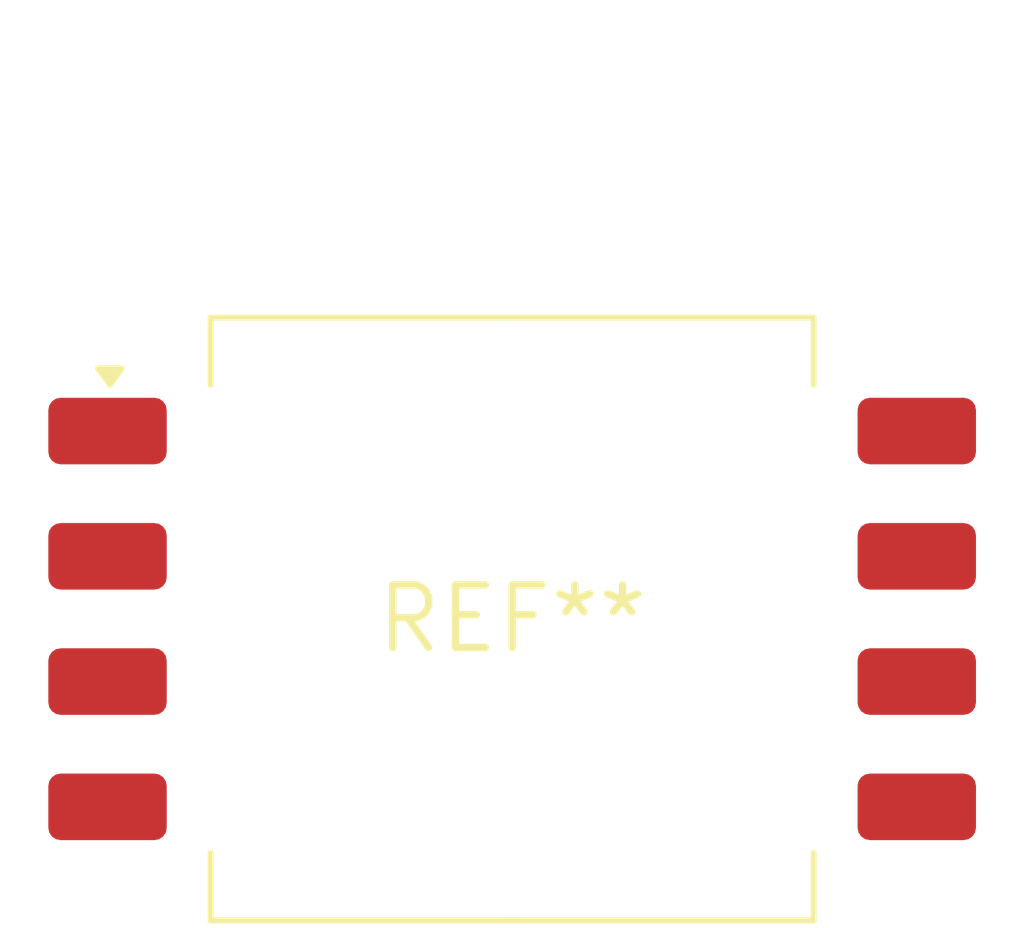
<source format=kicad_pcb>
(kicad_pcb (version 20240108) (generator pcbnew)
  (layers (0 "F.Cu" signal) (31 "B.Cu" signal) (34 "B.Paste" user) (35 "F.Paste" user) (36 "B.SilkS" user "B.Silkscreen") (37 "F.SilkS" user "F.Silkscreen") (38 "B.Mask" user) (39 "F.Mask" user) (44 "Edge.Cuts" user))
  (net 0 "")
  (footprint "CFSensor_XGZP6899x" (layer "F.Cu") (at 0 0)
    (property "Reference" "REF**")
    (property "Value" "CFSensor_XGZP6899x")
    (fp_line (start -6.11 -4.745) (end -6.11 -6.11) (layer "F.SilkS") (stroke (width 0.12)))
    (fp_line (start -6.11 6.11) (end -6.11 4.745) (layer "F.SilkS") (stroke (width 0.12)))
    (fp_line (start 0 -6.11) (end -6.11 -6.11) (layer "F.SilkS") (stroke (width 0.12)))
    (fp_line (start 0 6.11) (end -6.11 6.11) (layer "F.SilkS") (stroke (width 0.12)))
    (fp_line (start 0 6.11) (end 6.11 6.11) (layer "F.SilkS") (stroke (width 0.12)))
    (fp_line (start 6.11 -6.11) (end 0 -6.11) (layer "F.SilkS") (stroke (width 0.12)))
    (fp_line (start 6.11 -4.745) (end 6.11 -6.11) (layer "F.SilkS") (stroke (width 0.12)))
    (fp_line (start 6.11 6.11) (end 6.11 4.745) (layer "F.SilkS") (stroke (width 0.12)))
    (fp_poly (pts (xy -8.15 -4.75) (xy -8.39 -5.08) (xy -7.91 -5.08) (xy -8.15 -4.75)) (layer "F.SilkS") (stroke (width 0.12)) (fill solid))
    (pad "1" smd roundrect (at -8.2 -3.81) (size 2.4 1.35) (layers "F.Cu" "F.Paste" "F.Mask") (roundrect_rratio 0.185185))
    (pad "2" smd roundrect (at -8.2 -1.27) (size 2.4 1.35) (layers "F.Cu" "F.Paste" "F.Mask") (roundrect_rratio 0.185185))
    (pad "3" smd roundrect (at -8.2 1.27) (size 2.4 1.35) (layers "F.Cu" "F.Paste" "F.Mask") (roundrect_rratio 0.185185))
    (pad "4" smd roundrect (at -8.2 3.81) (size 2.4 1.35) (layers "F.Cu" "F.Paste" "F.Mask") (roundrect_rratio 0.185185))
    (pad "5" smd roundrect (at 8.2 3.81) (size 2.4 1.35) (layers "F.Cu" "F.Paste" "F.Mask") (roundrect_rratio 0.185185))
    (pad "6" smd roundrect (at 8.2 1.27) (size 2.4 1.35) (layers "F.Cu" "F.Paste" "F.Mask") (roundrect_rratio 0.185185))
    (pad "7" smd roundrect (at 8.2 -1.27) (size 2.4 1.35) (layers "F.Cu" "F.Paste" "F.Mask") (roundrect_rratio 0.185185))
    (pad "8" smd roundrect (at 8.2 -3.81) (size 2.4 1.35) (layers "F.Cu" "F.Paste" "F.Mask") (roundrect_rratio 0.185185))
  )
)
</source>
